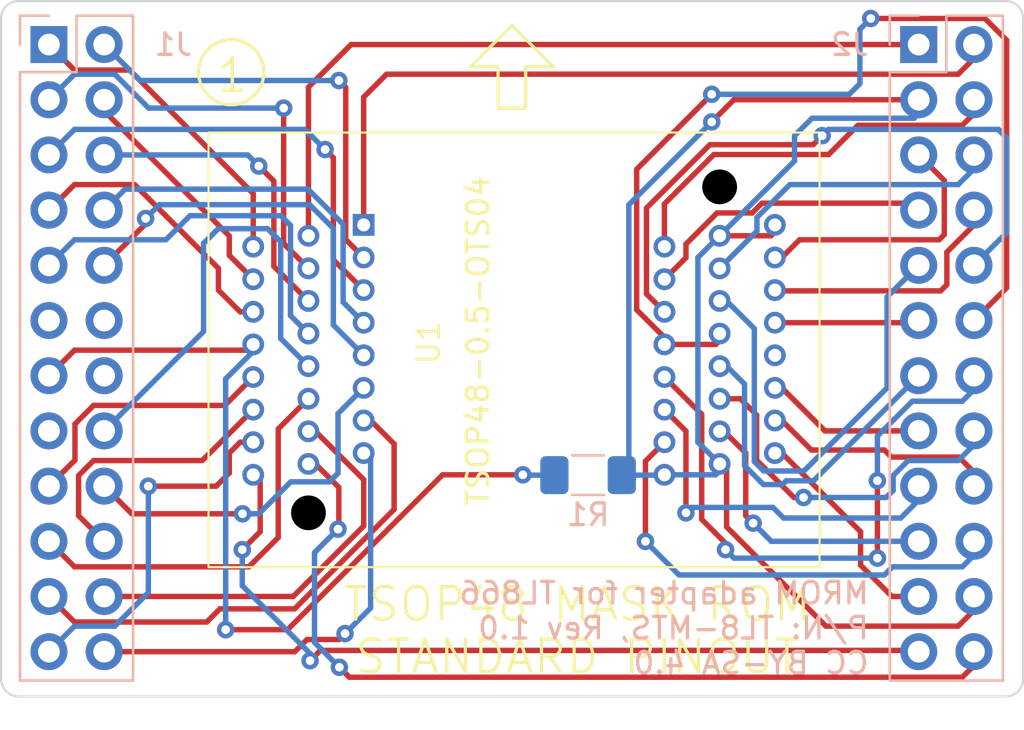
<source format=kicad_pcb>
(kicad_pcb (version 20221018) (generator pcbnew)
  (layers (0 "F.Cu" signal) (31 "B.Cu" signal) (34 "B.Paste" user) (35 "F.Paste" user) (36 "B.SilkS" user "B.Silkscreen") (37 "F.SilkS" user "F.Silkscreen") (38 "B.Mask" user) (39 "F.Mask" user) (44 "Edge.Cuts" user))
  (net 0 "")
  (net 1 "Net-(U1-A15)")
  (net 2 "Net-(U1-A14)")
  (net 3 "Net-(U1-A13)")
  (net 4 "Net-(U1-A12)")
  (net 5 "Net-(U1-A11)")
  (net 6 "Net-(U1-A10)")
  (net 7 "Net-(U1-A9)")
  (net 8 "Net-(U1-A8)")
  (net 9 "Net-(U1-A19)")
  (net 10 "Net-(U1-A20)")
  (net 13 "Net-(U1-A21)")
  (net 16 "Net-(U1-A18)")
  (net 17 "Net-(U1-A17)")
  (net 18 "Net-(U1-A7)")
  (net 19 "Net-(U1-A6)")
  (net 20 "Net-(U1-A5)")
  (net 21 "Net-(U1-A4)")
  (net 22 "Net-(U1-A3)")
  (net 23 "Net-(U1-A2)")
  (net 24 "Net-(U1-A1)")
  (net 25 "Net-(U1-A16)")
  (net 26 "Net-(U1-{slash}BYTE)")
  (net 27 "GND")
  (net 28 "Net-(U1-D15{slash}A-1)")
  (net 29 "Net-(U1-D7)")
  (net 30 "Net-(U1-D14)")
  (net 31 "Net-(U1-D6)")
  (net 32 "Net-(U1-D13)")
  (net 33 "Net-(U1-D5)")
  (net 34 "Net-(U1-D12)")
  (net 35 "Net-(U1-D4)")
  (net 36 "VCC")
  (net 37 "Net-(U1-D11)")
  (net 38 "Net-(U1-D3)")
  (net 39 "Net-(U1-D10)")
  (net 40 "Net-(U1-D2)")
  (net 41 "Net-(U1-D9)")
  (net 42 "Net-(U1-D1)")
  (net 43 "Net-(U1-D8)")
  (net 44 "Net-(U1-D0)")
  (net 45 "Net-(U1-{slash}OE)")
  (net 46 "Net-(U1-{slash}CE)")
  (net 47 "Net-(U1-A0)")
  (footprint "tl866-tsop-mrom:TSOP48-0.5-OTS04" (layer "F.Cu") (at 32.545 25.75)
    (fp_text reference "U1" (at 10.12 9.67 90 unlocked) (layer "F.SilkS") (effects (font (thickness 0.127))))
    (fp_text value "~")
    (fp_rect (start 0 0) (end 28.1 20) (stroke (width 0.1)) (fill none) (layer "F.SilkS"))
    (pad "" np_thru_hole circle (at 4.595 17.5) (size 1.6 1.6) (drill 1.6) (layers "*.Mask"))
    (pad "" np_thru_hole circle (at 23.505 2.5) (size 1.6 1.6) (drill 1.6) (layers "*.Mask"))
    (pad "1" thru_hole rect (at 7.135 4.25) (size 1 1) (drill 0.6) (layers "*.Cu" "*.Mask") (net 26 "Net-(U1-{slash}BYTE)"))
    (pad "2" thru_hole circle (at 4.595 4.75) (size 1 1) (drill 0.6) (layers "*.Cu" "*.Mask") (net 25 "Net-(U1-A16)"))
    (pad "3" thru_hole circle (at 2.055 5.25) (size 1 1) (drill 0.6) (layers "*.Cu" "*.Mask") (net 1 "Net-(U1-A15)"))
    (pad "4" thru_hole circle (at 7.135 5.75) (size 1 1) (drill 0.6) (layers "*.Cu" "*.Mask") (net 2 "Net-(U1-A14)"))
    (pad "5" thru_hole circle (at 4.595 6.25) (size 1 1) (drill 0.6) (layers "*.Cu" "*.Mask") (net 3 "Net-(U1-A13)"))
    (pad "6" thru_hole circle (at 2.055 6.75) (size 1 1) (drill 0.6) (layers "*.Cu" "*.Mask") (net 4 "Net-(U1-A12)"))
    (pad "7" thru_hole circle (at 7.135 7.25) (size 1 1) (drill 0.6) (layers "*.Cu" "*.Mask") (net 5 "Net-(U1-A11)"))
    (pad "8" thru_hole circle (at 4.595 7.75) (size 1 1) (drill 0.6) (layers "*.Cu" "*.Mask") (net 6 "Net-(U1-A10)"))
    (pad "9" thru_hole circle (at 2.055 8.25) (size 1 1) (drill 0.6) (layers "*.Cu" "*.Mask") (net 7 "Net-(U1-A9)"))
    (pad "10" thru_hole circle (at 7.135 8.75) (size 1 1) (drill 0.6) (layers "*.Cu" "*.Mask") (net 8 "Net-(U1-A8)"))
    (pad "11" thru_hole circle (at 4.595 9.25) (size 1 1) (drill 0.6) (layers "*.Cu" "*.Mask") (net 9 "Net-(U1-A19)"))
    (pad "12" thru_hole circle (at 2.055 9.75) (size 1 1) (drill 0.6) (layers "*.Cu" "*.Mask") (net 13 "Net-(U1-A21)"))
    (pad "13" thru_hole circle (at 7.135 10.25) (size 1 1) (drill 0.6) (layers "*.Cu" "*.Mask") (net 10 "Net-(U1-A20)"))
    (pad "14" thru_hole circle (at 4.595 10.75) (size 1 1) (drill 0.6) (layers "*.Cu" "*.Mask") (net 16 "Net-(U1-A18)"))
    (pad "15" thru_hole circle (at 2.055 11.25) (size 1 1) (drill 0.6) (layers "*.Cu" "*.Mask") (net 17 "Net-(U1-A17)"))
    (pad "16" thru_hole circle (at 7.135 11.75) (size 1 1) (drill 0.6) (layers "*.Cu" "*.Mask") (net 18 "Net-(U1-A7)"))
    (pad "17" thru_hole circle (at 4.595 12.25) (size 1 1) (drill 0.6) (layers "*.Cu" "*.Mask") (net 19 "Net-(U1-A6)"))
    (pad "18" thru_hole circle (at 2.055 12.75) (size 1 1) (drill 0.6) (layers "*.Cu" "*.Mask") (net 20 "Net-(U1-A5)"))
    (pad "19" thru_hole circle (at 7.135 13.25) (size 1 1) (drill 0.6) (layers "*.Cu" "*.Mask") (net 21 "Net-(U1-A4)"))
    (pad "20" thru_hole circle (at 4.595 13.75) (size 1 1) (drill 0.6) (layers "*.Cu" "*.Mask") (net 22 "Net-(U1-A3)"))
    (pad "21" thru_hole circle (at 2.055 14.25) (size 1 1) (drill 0.6) (layers "*.Cu" "*.Mask") (net 23 "Net-(U1-A2)"))
    (pad "22" thru_hole circle (at 7.135 14.75) (size 1 1) (drill 0.6) (layers "*.Cu" "*.Mask") (net 24 "Net-(U1-A1)"))
    (pad "23" thru_hole circle (at 4.595 15.25) (size 1 1) (drill 0.6) (layers "*.Cu" "*.Mask") (net 47 "Net-(U1-A0)"))
    (pad "24" thru_hole circle (at 2.055 15.75) (size 1 1) (drill 0.6) (layers "*.Cu" "*.Mask") (net 46 "Net-(U1-{slash}CE)"))
    (pad "25" thru_hole circle (at 20.965 15.75) (size 1 1) (drill 0.6) (layers "*.Cu" "*.Mask") (net 27 "GND"))
    (pad "26" thru_hole circle (at 23.505 15.25) (size 1 1) (drill 0.6) (layers "*.Cu" "*.Mask") (net 27 "GND"))
    (pad "27" thru_hole circle (at 26.045 14.75) (size 1 1) (drill 0.6) (layers "*.Cu" "*.Mask") (net 45 "Net-(U1-{slash}OE)"))
    (pad "28" thru_hole circle (at 20.965 14.25) (size 1 1) (drill 0.6) (layers "*.Cu" "*.Mask") (net 44 "Net-(U1-D0)"))
    (pad "29" thru_hole circle (at 23.505 13.75) (size 1 1) (drill 0.6) (layers "*.Cu" "*.Mask") (net 43 "Net-(U1-D8)"))
    (pad "30" thru_hole circle (at 26.045 13.25) (size 1 1) (drill 0.6) (layers "*.Cu" "*.Mask") (net 42 "Net-(U1-D1)"))
    (pad "31" thru_hole circle (at 20.965 12.75) (size 1 1) (drill 0.6) (layers "*.Cu" "*.Mask") (net 41 "Net-(U1-D9)"))
    (pad "32" thru_hole circle (at 23.505 12.25) (size 1 1) (drill 0.6) (layers "*.Cu" "*.Mask") (net 40 "Net-(U1-D2)"))
    (pad "33" thru_hole circle (at 26.045 11.75) (size 1 1) (drill 0.6) (layers "*.Cu" "*.Mask") (net 39 "Net-(U1-D10)"))
    (pad "34" thru_hole circle (at 20.965 11.25) (size 1 1) (drill 0.6) (layers "*.Cu" "*.Mask") (net 38 "Net-(U1-D3)"))
    (pad "35" thru_hole circle (at 23.505 10.75) (size 1 1) (drill 0.6) (layers "*.Cu" "*.Mask") (net 37 "Net-(U1-D11)"))
    (pad "36" thru_hole circle (at 26.045 10.25) (size 1 1) (drill 0.6) (layers "*.Cu" "*.Mask"))
    (pad "37" thru_hole circle (at 20.965 9.75) (size 1 1) (drill 0.6) (layers "*.Cu" "*.Mask") (net 36 "VCC"))
    (pad "38" thru_hole circle (at 23.505 9.25) (size 1 1) (drill 0.6) (layers "*.Cu" "*.Mask") (net 36 "VCC"))
    (pad "39" thru_hole circle (at 26.045 8.75) (size 1 1) (drill 0.6) (layers "*.Cu" "*.Mask") (net 35 "Net-(U1-D4)"))
    (pad "40" thru_hole circle (at 20.965 8.25) (size 1 1) (drill 0.6) (layers "*.Cu" "*.Mask") (net 34 "Net-(U1-D12)"))
    (pad "41" thru_hole circle (at 23.505 7.75) (size 1 1) (drill 0.6) (layers "*.Cu" "*.Mask") (net 33 "Net-(U1-D5)"))
    (pad "42" thru_hole circle (at 26.045 7.25) (size 1 1) (drill 0.6) (layers "*.Cu" "*.Mask") (net 32 "Net-(U1-D13)"))
    (pad "43" thru_hole circle (at 20.965 6.75) (size 1 1) (drill 0.6) (layers "*.Cu" "*.Mask") (net 31 "Net-(U1-D6)"))
    (pad "44" thru_hole circle (at 23.505 6.25) (size 1 1) (drill 0.6) (layers "*.Cu" "*.Mask") (net 30 "Net-(U1-D14)"))
    (pad "45" thru_hole circle (at 26.045 5.75) (size 1 1) (drill 0.6) (layers "*.Cu" "*.Mask") (net 29 "Net-(U1-D7)"))
    (pad "46" thru_hole circle (at 20.965 5.25) (size 1 1) (drill 0.6) (layers "*.Cu" "*.Mask") (net 28 "Net-(U1-D15{slash}A-1)"))
    (pad "47" thru_hole circle (at 23.505 4.75) (size 1 1) (drill 0.6) (layers "*.Cu" "*.Mask") (net 27 "GND"))
    (pad "48" thru_hole circle (at 26.045 4.25) (size 1 1) (drill 0.6) (layers "*.Cu" "*.Mask") (net 27 "GND"))
  )
  (footprint "Connector_PinSocket_2.54mm:PinSocket_2x12_P2.54mm_Vertical" (layer "B.Cu") (at 25.205 21.7 180)
    (fp_text reference "J1" (at -5.715 0) (layer "B.SilkS") (effects (justify mirror)))
    (fp_text value "~")
    (fp_line (start -3.87 -29.27) (end 1.33 -29.27) (stroke (width 0.12)) (layer "B.SilkS"))
    (fp_line (start -3.87 1.33) (end -3.87 -29.27) (stroke (width 0.12)) (layer "B.SilkS"))
    (fp_line (start -3.87 1.33) (end -1.27 1.33) (stroke (width 0.12)) (layer "B.SilkS"))
    (fp_line (start -1.27 -1.27) (end 1.33 -1.27) (stroke (width 0.12)) (layer "B.SilkS"))
    (fp_line (start -1.27 1.33) (end -1.27 -1.27) (stroke (width 0.12)) (layer "B.SilkS"))
    (fp_line (start 0 1.33) (end 1.33 1.33) (stroke (width 0.12)) (layer "B.SilkS"))
    (fp_line (start 1.33 -1.27) (end 1.33 -29.27) (stroke (width 0.12)) (layer "B.SilkS"))
    (fp_line (start 1.33 1.33) (end 1.33 0) (stroke (width 0.12)) (layer "B.SilkS"))
    (pad "1" thru_hole rect (at 0 0 180) (size 1.7 1.7) (drill 1) (layers "*.Cu" "*.Mask") (net 1 "Net-(U1-A15)"))
    (pad "2" thru_hole oval (at -2.54 0 180) (size 1.7 1.7) (drill 1) (layers "*.Cu" "*.Mask") (net 2 "Net-(U1-A14)"))
    (pad "3" thru_hole oval (at 0 -2.54 180) (size 1.7 1.7) (drill 1) (layers "*.Cu" "*.Mask") (net 3 "Net-(U1-A13)"))
    (pad "4" thru_hole oval (at -2.54 -2.54 180) (size 1.7 1.7) (drill 1) (layers "*.Cu" "*.Mask") (net 4 "Net-(U1-A12)"))
    (pad "5" thru_hole oval (at 0 -5.08 180) (size 1.7 1.7) (drill 1) (layers "*.Cu" "*.Mask") (net 5 "Net-(U1-A11)"))
    (pad "6" thru_hole oval (at -2.54 -5.08 180) (size 1.7 1.7) (drill 1) (layers "*.Cu" "*.Mask") (net 6 "Net-(U1-A10)"))
    (pad "7" thru_hole oval (at 0 -7.62 180) (size 1.7 1.7) (drill 1) (layers "*.Cu" "*.Mask") (net 7 "Net-(U1-A9)"))
    (pad "8" thru_hole oval (at -2.54 -7.62 180) (size 1.7 1.7) (drill 1) (layers "*.Cu" "*.Mask") (net 8 "Net-(U1-A8)"))
    (pad "9" thru_hole oval (at 0 -10.16 180) (size 1.7 1.7) (drill 1) (layers "*.Cu" "*.Mask") (net 9 "Net-(U1-A19)"))
    (pad "10" thru_hole oval (at -2.54 -10.16 180) (size 1.7 1.7) (drill 1) (layers "*.Cu" "*.Mask") (net 10 "Net-(U1-A20)"))
    (pad "11" thru_hole oval (at 0 -12.7 180) (size 1.7 1.7) (drill 1) (layers "*.Cu" "*.Mask"))
    (pad "12" thru_hole oval (at -2.54 -12.7 180) (size 1.7 1.7) (drill 1) (layers "*.Cu" "*.Mask"))
    (pad "13" thru_hole oval (at 0 -15.24 180) (size 1.7 1.7) (drill 1) (layers "*.Cu" "*.Mask") (net 13 "Net-(U1-A21)"))
    (pad "14" thru_hole oval (at -2.54 -15.24 180) (size 1.7 1.7) (drill 1) (layers "*.Cu" "*.Mask"))
    (pad "15" thru_hole oval (at 0 -17.78 180) (size 1.7 1.7) (drill 1) (layers "*.Cu" "*.Mask"))
    (pad "16" thru_hole oval (at -2.54 -17.78 180) (size 1.7 1.7) (drill 1) (layers "*.Cu" "*.Mask") (net 16 "Net-(U1-A18)"))
    (pad "17" thru_hole oval (at 0 -20.32 180) (size 1.7 1.7) (drill 1) (layers "*.Cu" "*.Mask") (net 17 "Net-(U1-A17)"))
    (pad "18" thru_hole oval (at -2.54 -20.32 180) (size 1.7 1.7) (drill 1) (layers "*.Cu" "*.Mask") (net 18 "Net-(U1-A7)"))
    (pad "19" thru_hole oval (at 0 -22.86 180) (size 1.7 1.7) (drill 1) (layers "*.Cu" "*.Mask") (net 19 "Net-(U1-A6)"))
    (pad "20" thru_hole oval (at -2.54 -22.86 180) (size 1.7 1.7) (drill 1) (layers "*.Cu" "*.Mask") (net 20 "Net-(U1-A5)"))
    (pad "21" thru_hole oval (at 0 -25.4 180) (size 1.7 1.7) (drill 1) (layers "*.Cu" "*.Mask") (net 21 "Net-(U1-A4)"))
    (pad "22" thru_hole oval (at -2.54 -25.4 180) (size 1.7 1.7) (drill 1) (layers "*.Cu" "*.Mask") (net 22 "Net-(U1-A3)"))
    (pad "23" thru_hole oval (at 0 -27.94 180) (size 1.7 1.7) (drill 1) (layers "*.Cu" "*.Mask") (net 23 "Net-(U1-A2)"))
    (pad "24" thru_hole oval (at -2.54 -27.94 180) (size 1.7 1.7) (drill 1) (layers "*.Cu" "*.Mask") (net 24 "Net-(U1-A1)"))
  )
  (footprint "Resistor_SMD:R_1206_3216Metric_Pad1.30x1.75mm_HandSolder" (layer "B.Cu") (at 50 41.516)
    (fp_text reference "R1" (at 0 1.82) (layer "B.SilkS") (effects (justify mirror)))
    (fp_text value "3.3k")
    (fp_line (start -0.727064 -0.91) (end 0.727064 -0.91) (stroke (width 0.12)) (layer "B.SilkS"))
    (fp_line (start -0.727064 0.91) (end 0.727064 0.91) (stroke (width 0.12)) (layer "B.SilkS"))
    (pad "1" smd roundrect (at -1.55 0) (size 1.3 1.75) (layers "B.Cu" "B.Paste" "B.Mask") (roundrect_rratio 0.192308) (net 13 "Net-(U1-A21)"))
    (pad "2" smd roundrect (at 1.55 0) (size 1.3 1.75) (layers "B.Cu" "B.Paste" "B.Mask") (roundrect_rratio 0.192308) (net 27 "GND"))
  )
  (footprint "Connector_PinSocket_2.54mm:PinSocket_2x12_P2.54mm_Vertical" (layer "B.Cu") (at 65.205 21.7 180)
    (fp_text reference "J2" (at 3.175 0) (layer "B.SilkS") (effects (justify mirror)))
    (fp_text value "~")
    (fp_line (start -3.87 -29.27) (end 1.33 -29.27) (stroke (width 0.12)) (layer "B.SilkS"))
    (fp_line (start -3.87 1.33) (end -3.87 -29.27) (stroke (width 0.12)) (layer "B.SilkS"))
    (fp_line (start -3.87 1.33) (end -1.27 1.33) (stroke (width 0.12)) (layer "B.SilkS"))
    (fp_line (start -1.27 -1.27) (end 1.33 -1.27) (stroke (width 0.12)) (layer "B.SilkS"))
    (fp_line (start -1.27 1.33) (end -1.27 -1.27) (stroke (width 0.12)) (layer "B.SilkS"))
    (fp_line (start 0 1.33) (end 1.33 1.33) (stroke (width 0.12)) (layer "B.SilkS"))
    (fp_line (start 1.33 -1.27) (end 1.33 -29.27) (stroke (width 0.12)) (layer "B.SilkS"))
    (fp_line (start 1.33 1.33) (end 1.33 0) (stroke (width 0.12)) (layer "B.SilkS"))
    (pad "1" thru_hole rect (at 0 0 180) (size 1.7 1.7) (drill 1) (layers "*.Cu" "*.Mask") (net 25 "Net-(U1-A16)"))
    (pad "2" thru_hole oval (at -2.54 0 180) (size 1.7 1.7) (drill 1) (layers "*.Cu" "*.Mask") (net 26 "Net-(U1-{slash}BYTE)"))
    (pad "3" thru_hole oval (at 0 -2.54 180) (size 1.7 1.7) (drill 1) (layers "*.Cu" "*.Mask") (net 27 "GND"))
    (pad "4" thru_hole oval (at -2.54 -2.54 180) (size 1.7 1.7) (drill 1) (layers "*.Cu" "*.Mask") (net 28 "Net-(U1-D15{slash}A-1)"))
    (pad "5" thru_hole oval (at 0 -5.08 180) (size 1.7 1.7) (drill 1) (layers "*.Cu" "*.Mask") (net 29 "Net-(U1-D7)"))
    (pad "6" thru_hole oval (at -2.54 -5.08 180) (size 1.7 1.7) (drill 1) (layers "*.Cu" "*.Mask") (net 30 "Net-(U1-D14)"))
    (pad "7" thru_hole oval (at 0 -7.62 180) (size 1.7 1.7) (drill 1) (layers "*.Cu" "*.Mask") (net 31 "Net-(U1-D6)"))
    (pad "8" thru_hole oval (at -2.54 -7.62 180) (size 1.7 1.7) (drill 1) (layers "*.Cu" "*.Mask") (net 32 "Net-(U1-D13)"))
    (pad "9" thru_hole oval (at 0 -10.16 180) (size 1.7 1.7) (drill 1) (layers "*.Cu" "*.Mask") (net 33 "Net-(U1-D5)"))
    (pad "10" thru_hole oval (at -2.54 -10.16 180) (size 1.7 1.7) (drill 1) (layers "*.Cu" "*.Mask") (net 34 "Net-(U1-D12)"))
    (pad "11" thru_hole oval (at 0 -12.7 180) (size 1.7 1.7) (drill 1) (layers "*.Cu" "*.Mask") (net 35 "Net-(U1-D4)"))
    (pad "12" thru_hole oval (at -2.54 -12.7 180) (size 1.7 1.7) (drill 1) (layers "*.Cu" "*.Mask") (net 36 "VCC"))
    (pad "13" thru_hole oval (at 0 -15.24 180) (size 1.7 1.7) (drill 1) (layers "*.Cu" "*.Mask") (net 37 "Net-(U1-D11)"))
    (pad "14" thru_hole oval (at -2.54 -15.24 180) (size 1.7 1.7) (drill 1) (layers "*.Cu" "*.Mask") (net 38 "Net-(U1-D3)"))
    (pad "15" thru_hole oval (at 0 -17.78 180) (size 1.7 1.7) (drill 1) (layers "*.Cu" "*.Mask") (net 39 "Net-(U1-D10)"))
    (pad "16" thru_hole oval (at -2.54 -17.78 180) (size 1.7 1.7) (drill 1) (layers "*.Cu" "*.Mask") (net 40 "Net-(U1-D2)"))
    (pad "17" thru_hole oval (at 0 -20.32 180) (size 1.7 1.7) (drill 1) (layers "*.Cu" "*.Mask") (net 41 "Net-(U1-D9)"))
    (pad "18" thru_hole oval (at -2.54 -20.32 180) (size 1.7 1.7) (drill 1) (layers "*.Cu" "*.Mask") (net 42 "Net-(U1-D1)"))
    (pad "19" thru_hole oval (at 0 -22.86 180) (size 1.7 1.7) (drill 1) (layers "*.Cu" "*.Mask") (net 43 "Net-(U1-D8)"))
    (pad "20" thru_hole oval (at -2.54 -22.86 180) (size 1.7 1.7) (drill 1) (layers "*.Cu" "*.Mask") (net 44 "Net-(U1-D0)"))
    (pad "21" thru_hole oval (at 0 -25.4 180) (size 1.7 1.7) (drill 1) (layers "*.Cu" "*.Mask") (net 45 "Net-(U1-{slash}OE)"))
    (pad "22" thru_hole oval (at -2.54 -25.4 180) (size 1.7 1.7) (drill 1) (layers "*.Cu" "*.Mask") (net 27 "GND"))
    (pad "23" thru_hole oval (at 0 -27.94 180) (size 1.7 1.7) (drill 1) (layers "*.Cu" "*.Mask") (net 46 "Net-(U1-{slash}CE)"))
    (pad "24" thru_hole oval (at -2.54 -27.94 180) (size 1.7 1.7) (drill 1) (layers "*.Cu" "*.Mask") (net 47 "Net-(U1-A0)"))
  )
  (gr_circle (center 33.587 22.974) (end 35.087 22.974) (stroke (width 0.15)) (fill none) (layer "F.SilkS"))
  (gr_poly (pts (xy 45.86 24.625) (xy 47.13 24.625) (xy 47.13 22.72) (xy 48.4 22.72) (xy 46.495 20.815) (xy 44.59 22.72) (xy 45.86 22.72)) (stroke (width 0.15)) (fill none) (layer "F.SilkS"))
  (gr_line (start 23.005 50.9) (end 23.005 20.5) (stroke (width 0.1)) (layer "Edge.Cuts"))
  (gr_line (start 23.805 19.7) (end 69.205 19.7) (stroke (width 0.1)) (layer "Edge.Cuts"))
  (gr_arc (start 23.805 51.7) (mid 23.239315 51.465685) (end 23.005 50.9) (stroke (width 0.1)) (layer "Edge.Cuts"))
  (gr_arc (start 69.205 19.7) (mid 69.770685 19.934315) (end 70.005 20.5) (stroke (width 0.1)) (layer "Edge.Cuts"))
  (gr_arc (start 70.005 50.9) (mid 69.770685 51.465685) (end 69.205 51.7) (stroke (width 0.1)) (layer "Edge.Cuts"))
  (gr_line (start 69.205 51.7) (end 23.805 51.7) (stroke (width 0.1)) (layer "Edge.Cuts"))
  (gr_line (start 70.005 20.5) (end 70.005 50.9) (stroke (width 0.1)) (layer "Edge.Cuts"))
  (gr_arc (start 23.005 20.5) (mid 23.239315 19.934315) (end 23.805 19.7) (stroke (width 0.1)) (layer "Edge.Cuts"))
  (gr_text "MROM adapter for TL866\nP/N: TL8-MTS, Rev 1.0\nCC BY-SA 4.0" (at 63 50.75) (layer "B.SilkS") (effects (font (size 1 1)) (justify left bottom mirror)))
  (gr_text "TSOP48-0.5-OTS04" (at 45.525 43.04 90) (layer "F.SilkS") (effects (font (size 1 1)) (justify left bottom)))
  (gr_text "1" (at 32.825 23.99) (layer "F.SilkS") (effects (font (size 1.5 1.5)) (justify left bottom)))
  (gr_text "TSOP48 MASK ROM\nSTANDARD PINOUT" (at 49.5 50.75) (layer "F.SilkS") (effects (font (size 1.5 1.5)) (justify bottom)))
  (segment (start 28.916 22.875) (end 26.38 22.875) (width 0.25) (layer "F.Cu") (net 1))
  (segment (start 34.6 31) (end 34.6 28.559) (width 0.25) (layer "F.Cu") (net 1))
  (segment (start 26.38 22.875) (end 25.205 21.7) (width 0.25) (layer "F.Cu") (net 1))
  (segment (start 34.6 28.559) (end 28.916 22.875) (width 0.25) (layer "F.Cu") (net 1))
  (segment (start 34.92 31) (end 34.857 30.937) (width 0.25) (layer "F.Cu") (net 1))
  (segment (start 38.855 30.675) (end 39.68 31.5) (width 0.25) (layer "F.Cu") (net 2))
  (segment (start 38.855 23.67) (end 38.54 23.355) (width 0.25) (layer "F.Cu") (net 2))
  (segment (start 38.855 30.675) (end 38.855 23.67) (width 0.25) (layer "F.Cu") (net 2))
  (via (at 38.54 23.355) (size 0.8) (drill 0.4) (layers "F.Cu" "B.Cu") (net 2))
  (segment (start 27.745 21.7) (end 29.4 23.355) (width 0.25) (layer "B.Cu") (net 2))
  (segment (start 29.4 23.355) (end 38.54 23.355) (width 0.25) (layer "B.Cu") (net 2))
  (segment (start 36 30.86) (end 37.14 32) (width 0.25) (layer "F.Cu") (net 3))
  (segment (start 36 24.625) (end 36 30.86) (width 0.25) (layer "F.Cu") (net 3))
  (via (at 36 24.625) (size 0.8) (drill 0.4) (layers "F.Cu" "B.Cu") (net 3))
  (segment (start 26.38 23.065) (end 25.205 24.24) (width 0.25) (layer "B.Cu") (net 3))
  (segment (start 26.38 23.065) (end 28.231701 23.065) (width 0.25) (layer "B.Cu") (net 3))
  (segment (start 28.231701 23.065) (end 29.791701 24.625) (width 0.25) (layer "B.Cu") (net 3))
  (segment (start 29.791701 24.625) (end 36 24.625) (width 0.25) (layer "B.Cu") (net 3))
  (segment (start 27.745 24.24) (end 27.745 24.752) (width 0.25) (layer "F.Cu") (net 4))
  (segment (start 33.5 30.507) (end 33.5 31.4) (width 0.25) (layer "F.Cu") (net 4))
  (segment (start 27.745 24.752) (end 33.5 30.507) (width 0.25) (layer "F.Cu") (net 4))
  (segment (start 33.5 31.4) (end 34.6 32.5) (width 0.25) (layer "F.Cu") (net 4))
  (segment (start 38.285 31.605) (end 38.285 26.91) (width 0.25) (layer "F.Cu") (net 5))
  (segment (start 39.68 33) (end 38.285 31.605) (width 0.25) (layer "F.Cu") (net 5))
  (segment (start 38.285 26.91) (end 37.905 26.53) (width 0.25) (layer "F.Cu") (net 5))
  (via (at 37.905 26.53) (size 0.8) (drill 0.4) (layers "F.Cu" "B.Cu") (net 5))
  (segment (start 36.98 25.605) (end 26.38 25.605) (width 0.25) (layer "B.Cu") (net 5))
  (segment (start 37.905 26.53) (end 36.98 25.605) (width 0.25) (layer "B.Cu") (net 5))
  (segment (start 26.38 25.605) (end 25.205 26.78) (width 0.25) (layer "B.Cu") (net 5))
  (segment (start 35.55 31.91) (end 37.14 33.5) (width 0.25) (layer "F.Cu") (net 6))
  (segment (start 34.857 27.292) (end 35.55 27.985) (width 0.25) (layer "F.Cu") (net 6))
  (segment (start 35.55 27.985) (end 35.55 31.91) (width 0.25) (layer "F.Cu") (net 6))
  (via (at 34.857 27.292) (size 0.8) (drill 0.4) (layers "F.Cu" "B.Cu") (net 6))
  (segment (start 34.345 26.78) (end 34.857 27.292) (width 0.25) (layer "B.Cu") (net 6))
  (segment (start 27.745 26.78) (end 34.345 26.78) (width 0.25) (layer "B.Cu") (net 6))
  (segment (start 26.38 28.145) (end 29.145 28.145) (width 0.25) (layer "F.Cu") (net 7))
  (segment (start 33 33) (end 34 34) (width 0.25) (layer "F.Cu") (net 7))
  (segment (start 34 34) (end 34.6 34) (width 0.25) (layer "F.Cu") (net 7))
  (segment (start 29.145 28.145) (end 33 32) (width 0.25) (layer "F.Cu") (net 7))
  (segment (start 33 32) (end 33 33) (width 0.25) (layer "F.Cu") (net 7))
  (segment (start 26.38 28.145) (end 25.205 29.32) (width 0.25) (layer "F.Cu") (net 7))
  (segment (start 38.735 29.971877) (end 38.735 33.555) (width 0.25) (layer "B.Cu") (net 8))
  (segment (start 28.71 28.355) (end 37.118123 28.355) (width 0.25) (layer "B.Cu") (net 8))
  (segment (start 37.118123 28.355) (end 38.735 29.971877) (width 0.25) (layer "B.Cu") (net 8))
  (segment (start 38.735 33.555) (end 39.68 34.5) (width 0.25) (layer "B.Cu") (net 8))
  (segment (start 27.745 29.32) (end 28.71 28.355) (width 0.25) (layer "B.Cu") (net 8))
  (segment (start 26.38 30.685) (end 30.581701 30.685) (width 0.25) (layer "B.Cu") (net 9))
  (segment (start 35.873 29.578) (end 36.315 30.02) (width 0.25) (layer "B.Cu") (net 9))
  (segment (start 30.581701 30.685) (end 31.688701 29.578) (width 0.25) (layer "B.Cu") (net 9))
  (segment (start 36.315 30.02) (end 36.315 34.175) (width 0.25) (layer "B.Cu") (net 9))
  (segment (start 25.205 31.86) (end 26.38 30.685) (width 0.25) (layer "B.Cu") (net 9))
  (segment (start 36.315 34.175) (end 37.14 35) (width 0.25) (layer "B.Cu") (net 9))
  (segment (start 31.688701 29.578) (end 35.873 29.578) (width 0.25) (layer "B.Cu") (net 9))
  (segment (start 29.65 29.705) (end 29.65 29.955) (width 0.25) (layer "F.Cu") (net 10))
  (segment (start 29.65 29.955) (end 27.745 31.86) (width 0.25) (layer "F.Cu") (net 10))
  (via (at 29.65 29.705) (size 0.8) (drill 0.4) (layers "F.Cu" "B.Cu") (net 10))
  (segment (start 29.65 29.705) (end 30.285 29.07) (width 0.25) (layer "B.Cu") (net 10))
  (segment (start 37.196727 29.07) (end 38.285 30.158273) (width 0.25) (layer "B.Cu") (net 10))
  (segment (start 38.285 34.605) (end 39.68 36) (width 0.25) (layer "B.Cu") (net 10))
  (segment (start 30.285 29.07) (end 37.196727 29.07) (width 0.25) (layer "B.Cu") (net 10))
  (segment (start 38.285 30.158273) (end 38.285 34.605) (width 0.25) (layer "B.Cu") (net 10))
  (segment (start 36.180966 48.628) (end 33.333 48.628) (width 0.25) (layer "F.Cu") (net 13))
  (segment (start 26.38 35.765) (end 25.205 36.94) (width 0.25) (layer "F.Cu") (net 13))
  (segment (start 47 41.5) (end 43.308966 41.5) (width 0.25) (layer "F.Cu") (net 13))
  (segment (start 43.308966 41.5) (end 36.180966 48.628) (width 0.25) (layer "F.Cu") (net 13))
  (segment (start 34.92 35.5) (end 34.655 35.765) (width 0.25) (layer "F.Cu") (net 13))
  (segment (start 34.655 35.765) (end 26.38 35.765) (width 0.25) (layer "F.Cu") (net 13))
  (via (at 33.333 48.628) (size 0.8) (drill 0.4) (layers "F.Cu" "B.Cu") (net 13))
  (via (at 47 41.5) (size 0.8) (drill 0.4) (layers "F.Cu" "B.Cu") (net 13))
  (segment (start 33.333 46.596) (end 33.333 48.628) (width 0.25) (layer "B.Cu") (net 13))
  (segment (start 33.333 37.087) (end 33.333 46.596) (width 0.25) (layer "B.Cu") (net 13))
  (segment (start 48.45 41.516) (end 47.016 41.516) (width 0.25) (layer "B.Cu") (net 13))
  (segment (start 47.016 41.516) (end 47 41.5) (width 0.25) (layer "B.Cu") (net 13))
  (segment (start 34.92 35.5) (end 33.333 37.087) (width 0.25) (layer "B.Cu") (net 13))
  (segment (start 32.317 30.848) (end 32.99 30.175) (width 0.25) (layer "B.Cu") (net 16))
  (segment (start 35.261727 30.175) (end 35.865 30.778273) (width 0.25) (layer "B.Cu") (net 16))
  (segment (start 27.745 39.48) (end 32.317 34.908) (width 0.25) (layer "B.Cu") (net 16))
  (segment (start 35.865 30.778273) (end 35.865 35.225) (width 0.25) (layer "B.Cu") (net 16))
  (segment (start 35.865 35.225) (end 37.14 36.5) (width 0.25) (layer "B.Cu") (net 16))
  (segment (start 32.99 30.175) (end 35.261727 30.175) (width 0.25) (layer "B.Cu") (net 16))
  (segment (start 32.317 34.908) (end 32.317 30.848) (width 0.25) (layer "B.Cu") (net 16))
  (segment (start 27.258299 38.305) (end 26.403451 39.159848) (width 0.25) (layer "F.Cu") (net 17))
  (segment (start 26.403451 39.159848) (end 26.403451 40.821549) (width 0.25) (layer "F.Cu") (net 17))
  (segment (start 33.295 38.305) (end 34.6 37) (width 0.25) (layer "F.Cu") (net 17))
  (segment (start 27.258299 38.305) (end 33.295 38.305) (width 0.25) (layer "F.Cu") (net 17))
  (segment (start 26.403451 40.821549) (end 25.205 42.02) (width 0.25) (layer "F.Cu") (net 17))
  (segment (start 29.019 43.294) (end 34.108 43.294) (width 0.25) (layer "F.Cu") (net 18))
  (segment (start 27.745 42.02) (end 29.019 43.294) (width 0.25) (layer "F.Cu") (net 18))
  (via (at 34.108 43.294) (size 0.8) (drill 0.4) (layers "F.Cu" "B.Cu") (net 18))
  (segment (start 38.5 41.429) (end 38.104 41.825) (width 0.25) (layer "B.Cu") (net 18))
  (segment (start 39.68 37.5) (end 38.5 38.68) (width 0.25) (layer "B.Cu") (net 18))
  (segment (start 36.326 41.825) (end 34.857 43.294) (width 0.25) (layer "B.Cu") (net 18))
  (segment (start 38.104 41.825) (end 36.326 41.825) (width 0.25) (layer "B.Cu") (net 18))
  (segment (start 38.5 38.68) (end 38.5 41.429) (width 0.25) (layer "B.Cu") (net 18))
  (segment (start 34.857 43.294) (end 34.108 43.294) (width 0.25) (layer "B.Cu") (net 18))
  (segment (start 35.75 44.386016) (end 34.401016 45.735) (width 0.25) (layer "F.Cu") (net 19))
  (segment (start 26.38 45.735) (end 25.205 44.56) (width 0.25) (layer "F.Cu") (net 19))
  (segment (start 35.75 39.39) (end 35.75 44.386016) (width 0.25) (layer "F.Cu") (net 19))
  (segment (start 34.401016 45.735) (end 26.38 45.735) (width 0.25) (layer "F.Cu") (net 19))
  (segment (start 37.14 38) (end 35.75 39.39) (width 0.25) (layer "F.Cu") (net 19))
  (segment (start 32.255 40.845) (end 27.258299 40.845) (width 0.25) (layer "F.Cu") (net 20))
  (segment (start 34.6 38.5) (end 32.255 40.845) (width 0.25) (layer "F.Cu") (net 20))
  (segment (start 27.258299 40.845) (end 26.57 41.533299) (width 0.25) (layer "F.Cu") (net 20))
  (segment (start 26.57 41.533299) (end 26.57 43.385) (width 0.25) (layer "F.Cu") (net 20))
  (segment (start 26.57 43.385) (end 27.745 44.56) (width 0.25) (layer "F.Cu") (net 20))
  (segment (start 33.066588 47.67) (end 36.50257 47.67) (width 0.25) (layer "F.Cu") (net 21))
  (segment (start 25.205 47.1) (end 26.38 48.275) (width 0.25) (layer "F.Cu") (net 21))
  (segment (start 36.50257 47.67) (end 41.08 43.09257) (width 0.25) (layer "F.Cu") (net 21))
  (segment (start 41.08 40.08) (end 40 39) (width 0.25) (layer "F.Cu") (net 21))
  (segment (start 32.461588 48.275) (end 33.066588 47.67) (width 0.25) (layer "F.Cu") (net 21))
  (segment (start 41.08 43.09257) (end 41.08 40.08) (width 0.25) (layer "F.Cu") (net 21))
  (segment (start 26.38 48.275) (end 32.461588 48.275) (width 0.25) (layer "F.Cu") (net 21))
  (segment (start 36.436174 47.1) (end 39.683 43.853174) (width 0.25) (layer "F.Cu") (net 22))
  (segment (start 39.683 43.853174) (end 39.683 41.723) (width 0.25) (layer "F.Cu") (net 22))
  (segment (start 27.745 47.1) (end 36.436174 47.1) (width 0.25) (layer "F.Cu") (net 22))
  (segment (start 39.683 41.723) (end 37.46 39.5) (width 0.25) (layer "F.Cu") (net 22))
  (segment (start 33.5 40.5) (end 34 40) (width 0.25) (layer "F.Cu") (net 23))
  (segment (start 34 40) (end 34.6 40) (width 0.25) (layer "F.Cu") (net 23))
  (segment (start 33.5 41.42) (end 33.5 40.5) (width 0.25) (layer "F.Cu") (net 23))
  (segment (start 32.896 42.024) (end 33.5 41.42) (width 0.25) (layer "F.Cu") (net 23))
  (segment (start 32.896 42.024) (end 29.777 42.024) (width 0.25) (layer "F.Cu") (net 23))
  (via (at 29.777 42.024) (size 0.8) (drill 0.4) (layers "F.Cu" "B.Cu") (net 23))
  (segment (start 29.777 42.024) (end 29.777 46.919701) (width 0.25) (layer "B.Cu") (net 23))
  (segment (start 26.38 48.465) (end 25.205 49.64) (width 0.25) (layer "B.Cu") (net 23))
  (segment (start 28.231701 48.465) (end 26.38 48.465) (width 0.25) (layer "B.Cu") (net 23))
  (segment (start 29.777 46.919701) (end 28.231701 48.465) (width 0.25) (layer "B.Cu") (net 23))
  (segment (start 38.551016 49.078) (end 38.822008 48.807008) (width 0.25) (layer "F.Cu") (net 24))
  (segment (start 36.513396 49.64) (end 37.075396 49.078) (width 0.25) (layer "F.Cu") (net 24))
  (segment (start 27.745 49.64) (end 36.513396 49.64) (width 0.25) (layer "F.Cu") (net 24))
  (segment (start 38.642008 48.807008) (end 38.822008 48.807008) (width 0.25) (layer "F.Cu") (net 24))
  (segment (start 38.59 48.755) (end 38.642008 48.807008) (width 0.25) (layer "F.Cu") (net 24))
  (segment (start 37.075396 49.078) (end 38.551016 49.078) (width 0.25) (layer "F.Cu") (net 24))
  (via (at 38.822008 48.807008) (size 0.8) (drill 0.4) (layers "F.Cu" "B.Cu") (net 24))
  (segment (start 40 47.629016) (end 38.822008 48.807008) (width 0.25) (layer "B.Cu") (net 24))
  (segment (start 40 40.5) (end 40 47.629016) (width 0.25) (layer "B.Cu") (net 24))
  (segment (start 37.14 30.5) (end 37.14 23.658984) (width 0.25) (layer "F.Cu") (net 25))
  (segment (start 39.098984 21.7) (end 65.845 21.7) (width 0.25) (layer "F.Cu") (net 25))
  (segment (start 37.14 23.658984) (end 39.098984 21.7) (width 0.25) (layer "F.Cu") (net 25))
  (segment (start 39.68 24.12) (end 39.68 30) (width 0.25) (layer "F.Cu") (net 26))
  (segment (start 40.735 23.065) (end 39.68 24.12) (width 0.25) (layer "F.Cu") (net 26))
  (segment (start 40.735 23.065) (end 67.02 23.065) (width 0.25) (layer "F.Cu") (net 26))
  (segment (start 67.02 23.065) (end 68.385 21.7) (width 0.25) (layer "F.Cu") (net 26))
  (segment (start 56.37 43.898984) (end 60.936016 48.465) (width 0.25) (layer "F.Cu") (net 27))
  (segment (start 67.02 48.465) (end 68.385 47.1) (width 0.25) (layer "F.Cu") (net 27))
  (segment (start 58.410001 30.499999) (end 58.91 30) (width 0.25) (layer "F.Cu") (net 27))
  (segment (start 56.37 30.5) (end 58.410001 30.499999) (width 0.25) (layer "F.Cu") (net 27))
  (segment (start 56.37 41) (end 56.37 43.898984) (width 0.25) (layer "F.Cu") (net 27))
  (segment (start 60.936016 48.465) (end 67.02 48.465) (width 0.25) (layer "F.Cu") (net 27))
  (segment (start 56.705 24.24) (end 55.685 25.26) (width 0.25) (layer "F.Cu") (net 27))
  (segment (start 65.845 24.24) (end 56.705 24.24) (width 0.25) (layer "F.Cu") (net 27))
  (via (at 55.685 25.26) (size 0.8) (drill 0.4) (layers "F.Cu" "B.Cu") (net 27))
  (segment (start 60.3 25.09) (end 64.995 25.09) (width 0.25) (layer "B.Cu") (net 27))
  (segment (start 64.995 25.09) (end 65.845 24.24) (width 0.25) (layer "B.Cu") (net 27))
  (segment (start 56.37 41) (end 55.870001 41.499999) (width 0.25) (layer "B.Cu") (net 27))
  (segment (start 55.870001 41.499999) (end 53.83 41.5) (width 0.25) (layer "B.Cu") (net 27))
  (segment (start 55.05 31.5) (end 55.05 40) (width 0.25) (layer "B.Cu") (net 27))
  (segment (start 51.875 41.516) (end 51.875 29.07) (width 0.25) (layer "B.Cu") (net 27))
  (segment (start 55.05 40) (end 56.05 41) (width 0.25) (layer "B.Cu") (net 27))
  (segment (start 59.495 27.055) (end 56.05 30.5) (width 0.25) (layer "B.Cu") (net 27))
  (segment (start 59.495 25.895) (end 59.495 27.055) (width 0.25) (layer "B.Cu") (net 27))
  (segment (start 53.83 41.5) (end 53.814 41.516) (width 0.25) (layer "B.Cu") (net 27))
  (segment (start 51.875 29.07) (end 55.685 25.26) (width 0.25) (layer "B.Cu") (net 27))
  (segment (start 53.814 41.516) (end 51.875 41.516) (width 0.25) (layer "B.Cu") (net 27))
  (segment (start 59.495 25.895) (end 60.3 25.09) (width 0.25) (layer "B.Cu") (net 27))
  (segment (start 56.05 30.5) (end 55.05 31.5) (width 0.25) (layer "B.Cu") (net 27))
  (segment (start 61.065305 26.76) (end 55.786222 26.76) (width 0.25) (layer "F.Cu") (net 28))
  (segment (start 67.21 25.415) (end 62.410305 25.415) (width 0.25) (layer "F.Cu") (net 28))
  (segment (start 55.786222 26.76) (end 53.51 29.036222) (width 0.25) (layer "F.Cu") (net 28))
  (segment (start 68.385 24.24) (end 67.21 25.415) (width 0.25) (layer "F.Cu") (net 28))
  (segment (start 53.51 29.036222) (end 53.51 31) (width 0.25) (layer "F.Cu") (net 28))
  (segment (start 62.410305 25.415) (end 61.065305 26.76) (width 0.25) (layer "F.Cu") (net 28))
  (segment (start 66.38 27.955) (end 66.38 30.446701) (width 0.25) (layer "F.Cu") (net 29))
  (segment (start 66.38 30.446701) (end 66.141701 30.685) (width 0.25) (layer "F.Cu") (net 29))
  (segment (start 65.205 26.78) (end 66.38 27.955) (width 0.25) (layer "F.Cu") (net 29))
  (segment (start 59.725 30.685) (end 66.141701 30.685) (width 0.25) (layer "F.Cu") (net 29))
  (segment (start 58.91 31.5) (end 59.725 30.685) (width 0.25) (layer "F.Cu") (net 29))
  (segment (start 57.765 29.658273) (end 59.278273 28.145) (width 0.25) (layer "B.Cu") (net 30))
  (segment (start 56.05 32) (end 57.765 30.285) (width 0.25) (layer "B.Cu") (net 30))
  (segment (start 59.278273 28.145) (end 67.02 28.145) (width 0.25) (layer "B.Cu") (net 30))
  (segment (start 67.02 28.145) (end 68.385 26.78) (width 0.25) (layer "B.Cu") (net 30))
  (segment (start 57.765 30.285) (end 57.765 29.658273) (width 0.25) (layer "B.Cu") (net 30))
  (segment (start 54.5 31.51) (end 53.51 32.5) (width 0.25) (layer "F.Cu") (net 31))
  (segment (start 57.551 29.449) (end 58 29) (width 0.25) (layer "F.Cu") (net 31))
  (segment (start 58 29) (end 64.885 29) (width 0.25) (layer "F.Cu") (net 31))
  (segment (start 55.934273 29.449) (end 54.5 30.883273) (width 0.25) (layer "F.Cu") (net 31))
  (segment (start 64.885 29) (end 65.205 29.32) (width 0.25) (layer "F.Cu") (net 31))
  (segment (start 54.5 30.883273) (end 54.5 31.51) (width 0.25) (layer "F.Cu") (net 31))
  (segment (start 55.934273 29.449) (end 57.551 29.449) (width 0.25) (layer "F.Cu") (net 31))
  (segment (start 65.845 29.32) (end 65.7 29.175) (width 0.25) (layer "F.Cu") (net 31))
  (segment (start 58.91 33) (end 58.945 33.035) (width 0.25) (layer "F.Cu") (net 32))
  (segment (start 66.5 31.25) (end 67.745 30.005) (width 0.25) (layer "F.Cu") (net 32))
  (segment (start 67.745 30.005) (end 67.745 29.32) (width 0.25) (layer "F.Cu") (net 32))
  (segment (start 58.59 33) (end 58.625 33.035) (width 0.25) (layer "F.Cu") (net 32))
  (segment (start 58.625 33.035) (end 66.215 33.035) (width 0.25) (layer "F.Cu") (net 32))
  (segment (start 66.215 33.035) (end 66.5 32.75) (width 0.25) (layer "F.Cu") (net 32))
  (segment (start 66.5 32.75) (end 66.5 31.25) (width 0.25) (layer "F.Cu") (net 32))
  (segment (start 57.645 34.775) (end 57.645 40.895) (width 0.25) (layer "B.Cu") (net 33))
  (segment (start 63.75 37.5) (end 63.75 33.315) (width 0.25) (layer "B.Cu") (net 33))
  (segment (start 59.925 41.325) (end 63.75 37.5) (width 0.25) (layer "B.Cu") (net 33))
  (segment (start 56.37 33.5) (end 57.645 34.775) (width 0.25) (layer "B.Cu") (net 33))
  (segment (start 63.75 33.315) (end 65.205 31.86) (width 0.25) (layer "B.Cu") (net 33))
  (segment (start 58.075 41.325) (end 59.925 41.325) (width 0.25) (layer "B.Cu") (net 33))
  (segment (start 57.645 40.895) (end 58.075 41.325) (width 0.25) (layer "B.Cu") (net 33))
  (segment (start 55.599826 26.31) (end 52.685 29.224826) (width 0.25) (layer "F.Cu") (net 34))
  (segment (start 52.685 33.175) (end 53.51 34) (width 0.25) (layer "F.Cu") (net 34))
  (segment (start 60.765 25.895) (end 60.35 26.31) (width 0.25) (layer "F.Cu") (net 34))
  (segment (start 52.685 29.224826) (end 52.685 33.175) (width 0.25) (layer "F.Cu") (net 34))
  (segment (start 60.35 26.31) (end 55.599826 26.31) (width 0.25) (layer "F.Cu") (net 34))
  (via (at 60.765 25.895) (size 0.8) (drill 0.4) (layers "F.Cu" "B.Cu") (net 34))
  (segment (start 61.055 25.605) (end 68.871701 25.605) (width 0.25) (layer "B.Cu") (net 34))
  (segment (start 69.25 26) (end 69.25 30.355) (width 0.25) (layer "B.Cu") (net 34))
  (segment (start 60.765 25.895) (end 61.055 25.605) (width 0.25) (layer "B.Cu") (net 34))
  (segment (start 69.25 30.355) (end 67.745 31.86) (width 0.25) (layer "B.Cu") (net 34))
  (segment (start 68.92 25.653299) (end 68.92 25.67) (width 0.25) (layer "B.Cu") (net 34))
  (segment (start 68.871701 25.605) (end 68.92 25.653299) (width 0.25) (layer "B.Cu") (net 34))
  (segment (start 68.92 25.67) (end 69.25 26) (width 0.25) (layer "B.Cu") (net 34))
  (segment (start 65.745 34.5) (end 65.845 34.4) (width 0.25) (layer "F.Cu") (net 35))
  (segment (start 58.91 34.5) (end 65.745 34.5) (width 0.25) (layer "F.Cu") (net 35))
  (segment (start 68.25 20.5) (end 63 20.5) (width 0.25) (layer "F.Cu") (net 36))
  (segment (start 55.87 35.5) (end 53.83 35.5) (width 0.25) (layer "F.Cu") (net 36))
  (segment (start 67.745 34.4) (end 69.25 32.895) (width 0.25) (layer "F.Cu") (net 36))
  (segment (start 53.83 35.5) (end 52.235 33.905) (width 0.25) (layer "F.Cu") (net 36))
  (segment (start 56.37 35) (end 55.87 35.5) (width 0.25) (layer "F.Cu") (net 36))
  (segment (start 69.25 21.5) (end 68.25 20.5) (width 0.25) (layer "F.Cu") (net 36))
  (segment (start 69.25 32.895) (end 69.25 21.5) (width 0.25) (layer "F.Cu") (net 36))
  (segment (start 63.025 20.525) (end 63 20.5) (width 0.25) (layer "F.Cu") (net 36))
  (segment (start 52.235 33.905) (end 52.235 27.44) (width 0.25) (layer "F.Cu") (net 36))
  (segment (start 52.235 27.44) (end 55.685 23.99) (width 0.25) (layer "F.Cu") (net 36))
  (via (at 63 20.5) (size 0.8) (drill 0.4) (layers "F.Cu" "B.Cu") (net 36))
  (via (at 55.685 23.99) (size 0.8) (drill 0.4) (layers "F.Cu" "B.Cu") (net 36))
  (segment (start 55.685 23.99) (end 62.01 23.99) (width 0.25) (layer "B.Cu") (net 36))
  (segment (start 62.5 21) (end 63 20.5) (width 0.25) (layer "B.Cu") (net 36))
  (segment (start 62.5 23.5) (end 62.5 21) (width 0.25) (layer "B.Cu") (net 36))
  (segment (start 62.01 23.99) (end 62.5 23.5) (width 0.25) (layer "B.Cu") (net 36))
  (segment (start 59.111396 41.775) (end 60.37 41.775) (width 0.25) (layer "B.Cu") (net 37))
  (segment (start 57.195 41.081396) (end 58.063604 41.95) (width 0.25) (layer "B.Cu") (net 37))
  (segment (start 57.195 37.325) (end 57.195 41.081396) (width 0.25) (layer "B.Cu") (net 37))
  (segment (start 58.063604 41.95) (end 58.936396 41.95) (width 0.25) (layer "B.Cu") (net 37))
  (segment (start 56.37 36.5) (end 57.195 37.325) (width 0.25) (layer "B.Cu") (net 37))
  (segment (start 60.37 41.775) (end 65.205 36.94) (width 0.25) (layer "B.Cu") (net 37))
  (segment (start 58.936396 41.95) (end 59.111396 41.775) (width 0.25) (layer "B.Cu") (net 37))
  (segment (start 63.305 41.77) (end 63.305 45.335) (width 0.25) (layer "F.Cu") (net 38))
  (segment (start 56.32 44.945) (end 56.32 44.645305) (width 0.25) (layer "F.Cu") (net 38))
  (segment (start 55.225 38.715) (end 53.51 37) (width 0.25) (layer "F.Cu") (net 38))
  (segment (start 56.32 44.645305) (end 55.225 43.550305) (width 0.25) (layer "F.Cu") (net 38))
  (segment (start 55.225 43.550305) (end 55.225 38.715) (width 0.25) (layer "F.Cu") (net 38))
  (via (at 56.32 44.945) (size 0.8) (drill 0.4) (layers "F.Cu" "B.Cu") (net 38))
  (via (at 63.305 45.335) (size 0.8) (drill 0.4) (layers "F.Cu" "B.Cu") (net 38))
  (via (at 63.305 41.77) (size 0.8) (drill 0.4) (layers "F.Cu" "B.Cu") (net 38))
  (segment (start 67.21 38.115) (end 68.385 36.94) (width 0.25) (layer "B.Cu") (net 38))
  (segment (start 63.305 41.77) (end 63.305 39.718299) (width 0.25) (layer "B.Cu") (net 38))
  (segment (start 56.71 45.335) (end 56.32 44.945) (width 0.25) (layer "B.Cu") (net 38))
  (segment (start 63.305 39.718299) (end 64.908299 38.115) (width 0.25) (layer "B.Cu") (net 38))
  (segment (start 64.908299 38.115) (end 67.21 38.115) (width 0.25) (layer "B.Cu") (net 38))
  (segment (start 63.305 45.335) (end 56.71 45.335) (width 0.25) (layer "B.Cu") (net 38))
  (segment (start 58.91 37.5) (end 60.89 39.48) (width 0.25) (layer "F.Cu") (net 39))
  (segment (start 60.89 39.48) (end 65.845 39.48) (width 0.25) (layer "F.Cu") (net 39))
  (segment (start 57.75 40.826727) (end 57.75 38.75) (width 0.25) (layer "F.Cu") (net 40))
  (segment (start 59.468273 42.545) (end 57.75 40.826727) (width 0.25) (layer "F.Cu") (net 40))
  (segment (start 57 38) (end 56.05 38) (width 0.25) (layer "F.Cu") (net 40))
  (segment (start 59.909662 42.545) (end 59.468273 42.545) (width 0.25) (layer "F.Cu") (net 40))
  (segment (start 57.75 38.75) (end 57 38) (width 0.25) (layer "F.Cu") (net 40))
  (via (at 59.909662 42.545) (size 0.8) (drill 0.4) (layers "F.Cu" "B.Cu") (net 40))
  (segment (start 59.909662 42.545) (end 63.705 42.545) (width 0.25) (layer "B.Cu") (net 40))
  (segment (start 63.705 42.545) (end 64.03 42.22) (width 0.25) (layer "B.Cu") (net 40))
  (segment (start 64.03 42.22) (end 64.03 41.533299) (width 0.25) (layer "B.Cu") (net 40))
  (segment (start 67.02 40.845) (end 68.385 39.48) (width 0.25) (layer "B.Cu") (net 40))
  (segment (start 64.03 41.533299) (end 64.718299 40.845) (width 0.25) (layer "B.Cu") (net 40))
  (segment (start 64.718299 40.845) (end 67.02 40.845) (width 0.25) (layer "B.Cu") (net 40))
  (segment (start 54.5 39.49) (end 53.51 38.5) (width 0.25) (layer "F.Cu") (net 41))
  (segment (start 54.5 43.25) (end 54.5 39.49) (width 0.25) (layer "F.Cu") (net 41))
  (via (at 54.5 43.25) (size 0.8) (drill 0.4) (layers "F.Cu" "B.Cu") (net 41))
  (segment (start 58.99 43.49) (end 58.5 43) (width 0.25) (layer "B.Cu") (net 41))
  (segment (start 54.75 43) (end 54.5 43.25) (width 0.25) (layer "B.Cu") (net 41))
  (segment (start 64.375 43.49) (end 59.308604 43.49) (width 0.25) (layer "B.Cu") (net 41))
  (segment (start 58.5 43) (end 54.75 43) (width 0.25) (layer "B.Cu") (net 41))
  (segment (start 65.845 42.02) (end 64.375 43.49) (width 0.25) (layer "B.Cu") (net 41))
  (segment (start 59.308604 43.49) (end 58.99 43.49) (width 0.25) (layer "B.Cu") (net 41))
  (segment (start 60.27 40.36) (end 63.626016 40.36) (width 0.25) (layer "F.Cu") (net 42))
  (segment (start 58.91 39) (end 60.27 40.36) (width 0.25) (layer "F.Cu") (net 42))
  (segment (start 67.05 40.685) (end 68.385 42.02) (width 0.25) (layer "F.Cu") (net 42))
  (segment (start 63.951016 40.685) (end 67.05 40.685) (width 0.25) (layer "F.Cu") (net 42))
  (segment (start 63.626016 40.36) (end 63.951016 40.685) (width 0.25) (layer "F.Cu") (net 42))
  (segment (start 57.25 43.385) (end 57.59 43.725) (width 0.25) (layer "F.Cu") (net 43))
  (segment (start 57.25 40.5) (end 57.25 43.385) (width 0.25) (layer "F.Cu") (net 43))
  (segment (start 56.25 39.5) (end 57.25 40.5) (width 0.25) (layer "F.Cu") (net 43))
  (segment (start 56.05 39.5) (end 56.25 39.5) (width 0.25) (layer "F.Cu") (net 43))
  (via (at 57.59 43.725) (size 0.8) (drill 0.4) (layers "F.Cu" "B.Cu") (net 43))
  (segment (start 58.425 44.56) (end 57.59 43.725) (width 0.25) (layer "B.Cu") (net 43))
  (segment (start 65.845 44.56) (end 58.425 44.56) (width 0.25) (layer "B.Cu") (net 43))
  (segment (start 53.51 40) (end 52.637 40.873) (width 0.25) (layer "F.Cu") (net 44))
  (segment (start 52.637 40.873) (end 52.637 44.564) (width 0.25) (layer "F.Cu") (net 44))
  (via (at 52.637 44.564) (size 0.8) (drill 0.4) (layers "F.Cu" "B.Cu") (net 44))
  (segment (start 54.31 46.11) (end 54.183 46.11) (width 0.25) (layer "B.Cu") (net 44))
  (segment (start 54.183 46.11) (end 52.637 44.564) (width 0.25) (layer "B.Cu") (net 44))
  (segment (start 54.31 46.11) (end 63.626016 46.11) (width 0.25) (layer "B.Cu") (net 44))
  (segment (start 67.21 45.735) (end 68.385 44.56) (width 0.25) (layer "B.Cu") (net 44))
  (segment (start 64.001016 45.735) (end 67.21 45.735) (width 0.25) (layer "B.Cu") (net 44))
  (segment (start 63.626016 46.11) (end 64.001016 45.735) (width 0.25) (layer "B.Cu") (net 44))
  (segment (start 58.91 40.5) (end 62.53 44.12) (width 0.25) (layer "F.Cu") (net 45))
  (segment (start 63.973984 47.1) (end 65.845 47.1) (width 0.25) (layer "F.Cu") (net 45))
  (segment (start 62.53 45.656016) (end 63.973984 47.1) (width 0.25) (layer "F.Cu") (net 45))
  (segment (start 62.53 44.12) (end 62.53 45.656016) (width 0.25) (layer "F.Cu") (net 45))
  (segment (start 65.845 49.64) (end 65.787008 49.582008) (width 0.25) (layer "F.Cu") (net 46))
  (segment (start 34.92 41.5) (end 34.92 44.12) (width 0.25) (layer "F.Cu") (net 46))
  (segment (start 65.787008 49.582008) (end 37.686276 49.582008) (width 0.25) (layer "F.Cu") (net 46))
  (segment (start 34.92 44.12) (end 34.095 44.945) (width 0.25) (layer "F.Cu") (net 46))
  (segment (start 37.686276 49.582008) (end 37.215227 50.053057) (width 0.25) (layer "F.Cu") (net 46))
  (via (at 37.215227 50.053057) (size 0.8) (drill 0.4) (layers "F.Cu" "B.Cu") (net 46))
  (via (at 34.095 44.945) (size 0.8) (drill 0.4) (layers "F.Cu" "B.Cu") (net 46))
  (segment (start 34.095 44.945) (end 34.095 46.605305) (width 0.25) (layer "B.Cu") (net 46))
  (segment (start 34.095 46.605305) (end 37.215227 49.725532) (width 0.25) (layer "B.Cu") (net 46))
  (segment (start 37.215227 49.725532) (end 37.215227 50.053057) (width 0.25) (layer "B.Cu") (net 46))
  (segment (start 39.020268 50.815) (end 38.562276 50.357008) (width 0.25) (layer "F.Cu") (net 47))
  (segment (start 68.385 49.64) (end 67.21 50.815) (width 0.25) (layer "F.Cu") (net 47))
  (segment (start 38.538 43.962) (end 38.538 42.078) (width 0.25) (layer "F.Cu") (net 47))
  (segment (start 38.5 44) (end 38.538 43.962) (width 0.25) (layer "F.Cu") (net 47))
  (segment (start 37.46 41) (end 38.538 42.078) (width 0.25) (layer "F.Cu") (net 47))
  (segment (start 67.21 50.815) (end 39.020268 50.815) (width 0.25) (layer "F.Cu") (net 47))
  (via (at 38.562276 50.357008) (size 0.8) (drill 0.4) (layers "F.Cu" "B.Cu") (net 47))
  (via (at 38.5 44) (size 0.8) (drill 0.4) (layers "F.Cu" "B.Cu") (net 47))
  (segment (start 37.419096 45.080904) (end 38.5 44) (width 0.25) (layer "B.Cu") (net 47))
  (segment (start 38.562276 50.357008) (end 37.419096 49.213828) (width 0.25) (layer "B.Cu") (net 47))
  (segment (start 37.419096 45.729096) (end 37.419096 45.080904) (width 0.25) (layer "B.Cu") (net 47))
  (segment (start 37.419096 49.213828) (end 37.419096 45.729096) (width 0.25) (layer "B.Cu") (net 47))
)
</source>
